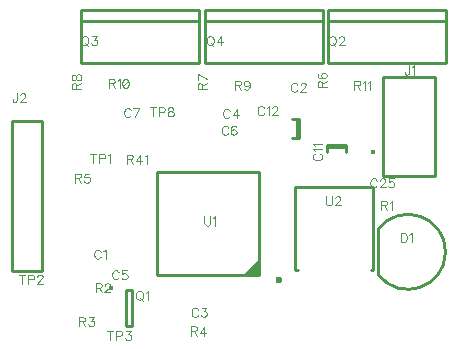
<source format=gbr>
G04 DipTrace 2.4.0.2*
%INTopSilk.gbr*%
%MOIN*%
%ADD10C,0.0098*%
%ADD26C,0.0154*%
%ADD32C,0.0236*%
%ADD73C,0.0046*%
%FSLAX44Y44*%
G04*
G70*
G90*
G75*
G01*
%LNTopSilk*%
%LPD*%
X14563Y10630D2*
D10*
X15192D1*
X14563Y10704D2*
X15192D1*
X14563D2*
Y10469D1*
X15192Y10704D2*
Y10469D1*
X13557Y11577D2*
Y10948D1*
X13632Y11577D2*
Y10948D1*
Y11577D2*
X13396D1*
X13632Y10948D2*
X13396D1*
X16253Y6388D2*
Y7887D1*
X16255Y6385D2*
G03X16255Y7890I998J752D01*
G01*
X16430Y9665D2*
X18162D1*
Y12972D1*
X16430D1*
Y9665D1*
X4065Y6491D2*
X5065D1*
Y11491D1*
X4065D1*
Y6491D1*
D26*
X7355Y5946D3*
X7857Y5854D2*
D10*
Y4673D1*
X8054D1*
Y5854D1*
X7857D1*
X14596Y15201D2*
X18533D1*
Y13429D1*
X14596D1*
Y15201D1*
Y14846D2*
X18533D1*
X6346Y15201D2*
X10283D1*
Y13429D1*
X6346D1*
Y15201D1*
Y14846D2*
X10283D1*
X10471Y15201D2*
X14408D1*
Y13429D1*
X10471D1*
Y15201D1*
Y14846D2*
X14408D1*
X12299Y6379D2*
X8874D1*
Y9804D1*
X12299D1*
Y6379D1*
D32*
X12949Y6201D3*
G36*
X12291Y6394D2*
X11918Y6402D1*
X12291Y6394D1*
G37*
G36*
X12240Y6359D2*
X11768D1*
X12319Y6910D1*
X12240Y6359D1*
G37*
X16092Y9304D2*
D10*
X13493D1*
X16092Y6548D2*
Y9304D1*
Y6548D2*
X16013D1*
X13493D2*
Y9304D1*
Y6548D2*
X13572D1*
D26*
X16082Y10453D3*
X7006Y7140D2*
D73*
X6991Y7168D1*
X6963Y7197D1*
X6934Y7211D1*
X6877D1*
X6848Y7197D1*
X6819Y7168D1*
X6805Y7140D1*
X6790Y7097D1*
Y7025D1*
X6805Y6982D1*
X6819Y6953D1*
X6848Y6924D1*
X6877Y6910D1*
X6934D1*
X6963Y6924D1*
X6991Y6953D1*
X7006Y6982D1*
X7098Y7154D2*
X7127Y7168D1*
X7170Y7211D1*
Y6910D1*
X13566Y12702D2*
X13552Y12731D1*
X13523Y12760D1*
X13495Y12774D1*
X13437D1*
X13408Y12760D1*
X13380Y12731D1*
X13365Y12702D1*
X13351Y12659D1*
Y12587D1*
X13365Y12544D1*
X13380Y12515D1*
X13408Y12487D1*
X13437Y12472D1*
X13495D1*
X13523Y12487D1*
X13552Y12515D1*
X13566Y12544D1*
X13673Y12702D2*
Y12716D1*
X13688Y12745D1*
X13702Y12759D1*
X13731Y12773D1*
X13788D1*
X13817Y12759D1*
X13831Y12745D1*
X13845Y12716D1*
Y12688D1*
X13831Y12659D1*
X13802Y12616D1*
X13659Y12472D1*
X13860D1*
X10254Y5202D2*
X10239Y5231D1*
X10211Y5260D1*
X10182Y5274D1*
X10125D1*
X10096Y5260D1*
X10067Y5231D1*
X10053Y5202D1*
X10038Y5159D1*
Y5087D1*
X10053Y5044D1*
X10067Y5015D1*
X10096Y4987D1*
X10125Y4972D1*
X10182D1*
X10211Y4987D1*
X10239Y5015D1*
X10254Y5044D1*
X10375Y5273D2*
X10533D1*
X10447Y5159D1*
X10490D1*
X10518Y5144D1*
X10533Y5130D1*
X10547Y5087D1*
Y5059D1*
X10533Y5015D1*
X10504Y4987D1*
X10461Y4972D1*
X10418D1*
X10375Y4987D1*
X10361Y5001D1*
X10346Y5030D1*
X11309Y11827D2*
X11295Y11856D1*
X11266Y11885D1*
X11237Y11899D1*
X11180D1*
X11151Y11885D1*
X11123Y11856D1*
X11108Y11827D1*
X11094Y11784D1*
Y11712D1*
X11108Y11669D1*
X11123Y11640D1*
X11151Y11612D1*
X11180Y11597D1*
X11237D1*
X11266Y11612D1*
X11295Y11640D1*
X11309Y11669D1*
X11545Y11597D2*
Y11898D1*
X11402Y11698D1*
X11617D1*
X7610Y6452D2*
X7596Y6481D1*
X7567Y6510D1*
X7539Y6524D1*
X7481D1*
X7453Y6510D1*
X7424Y6481D1*
X7409Y6452D1*
X7395Y6409D1*
Y6337D1*
X7409Y6294D1*
X7424Y6265D1*
X7453Y6237D1*
X7481Y6222D1*
X7539D1*
X7567Y6237D1*
X7596Y6265D1*
X7610Y6294D1*
X7875Y6523D2*
X7732D1*
X7718Y6394D1*
X7732Y6409D1*
X7775Y6423D1*
X7818D1*
X7861Y6409D1*
X7890Y6380D1*
X7904Y6337D1*
Y6309D1*
X7890Y6265D1*
X7861Y6237D1*
X7818Y6222D1*
X7775D1*
X7732Y6237D1*
X7718Y6251D1*
X7703Y6280D1*
X11261Y11265D2*
X11247Y11293D1*
X11218Y11322D1*
X11189Y11336D1*
X11132D1*
X11103Y11322D1*
X11075Y11293D1*
X11060Y11265D1*
X11046Y11222D1*
Y11150D1*
X11060Y11107D1*
X11075Y11078D1*
X11103Y11049D1*
X11132Y11035D1*
X11189D1*
X11218Y11049D1*
X11247Y11078D1*
X11261Y11107D1*
X11526Y11293D2*
X11511Y11322D1*
X11468Y11336D1*
X11440D1*
X11397Y11322D1*
X11368Y11279D1*
X11354Y11207D1*
Y11135D1*
X11368Y11078D1*
X11397Y11049D1*
X11440Y11035D1*
X11454D1*
X11497Y11049D1*
X11526Y11078D1*
X11540Y11121D1*
Y11135D1*
X11526Y11178D1*
X11497Y11207D1*
X11454Y11221D1*
X11440D1*
X11397Y11207D1*
X11368Y11178D1*
X11354Y11135D1*
X8008Y11856D2*
X7994Y11885D1*
X7965Y11914D1*
X7936Y11928D1*
X7879D1*
X7850Y11914D1*
X7821Y11885D1*
X7807Y11856D1*
X7793Y11813D1*
Y11741D1*
X7807Y11699D1*
X7821Y11670D1*
X7850Y11641D1*
X7879Y11627D1*
X7936D1*
X7965Y11641D1*
X7994Y11670D1*
X8008Y11699D1*
X8158Y11627D2*
X8301Y11928D1*
X8100D1*
X14155Y10404D2*
X14127Y10390D1*
X14098Y10361D1*
X14084Y10333D1*
Y10275D1*
X14098Y10247D1*
X14127Y10218D1*
X14155Y10203D1*
X14199Y10189D1*
X14271D1*
X14313Y10203D1*
X14342Y10218D1*
X14371Y10247D1*
X14385Y10275D1*
Y10333D1*
X14371Y10361D1*
X14342Y10390D1*
X14313Y10404D1*
X14142Y10497D2*
X14127Y10526D1*
X14084Y10569D1*
X14385D1*
X14142Y10662D2*
X14127Y10691D1*
X14084Y10734D1*
X14385D1*
X12455Y11922D2*
X12441Y11951D1*
X12412Y11980D1*
X12383Y11994D1*
X12326D1*
X12297Y11980D1*
X12268Y11951D1*
X12254Y11922D1*
X12240Y11879D1*
Y11807D1*
X12254Y11764D1*
X12268Y11735D1*
X12297Y11707D1*
X12326Y11692D1*
X12383D1*
X12412Y11707D1*
X12441Y11735D1*
X12455Y11764D1*
X12547Y11936D2*
X12576Y11951D1*
X12619Y11993D1*
Y11692D1*
X12727Y11922D2*
Y11936D1*
X12741Y11965D1*
X12755Y11979D1*
X12784Y11993D1*
X12841D1*
X12870Y11979D1*
X12884Y11965D1*
X12899Y11936D1*
Y11908D1*
X12884Y11879D1*
X12856Y11836D1*
X12712Y11692D1*
X12913D1*
X16214Y9515D2*
X16199Y9543D1*
X16171Y9572D1*
X16142Y9586D1*
X16085D1*
X16056Y9572D1*
X16027Y9543D1*
X16013Y9515D1*
X15998Y9472D1*
Y9400D1*
X16013Y9357D1*
X16027Y9328D1*
X16056Y9299D1*
X16085Y9285D1*
X16142D1*
X16171Y9299D1*
X16199Y9328D1*
X16214Y9357D1*
X16321Y9514D2*
Y9529D1*
X16335Y9557D1*
X16349Y9572D1*
X16378Y9586D1*
X16436D1*
X16464Y9572D1*
X16478Y9557D1*
X16493Y9529D1*
Y9500D1*
X16478Y9471D1*
X16450Y9428D1*
X16306Y9285D1*
X16507D1*
X16772Y9586D2*
X16629D1*
X16614Y9457D1*
X16629Y9471D1*
X16672Y9486D1*
X16715D1*
X16758Y9471D1*
X16787Y9443D1*
X16801Y9400D1*
Y9371D1*
X16787Y9328D1*
X16758Y9299D1*
X16715Y9285D1*
X16672D1*
X16629Y9299D1*
X16614Y9314D1*
X16600Y9342D1*
X17007Y7764D2*
Y7463D1*
X17108D1*
X17151Y7477D1*
X17180Y7506D1*
X17194Y7535D1*
X17208Y7578D1*
Y7650D1*
X17194Y7693D1*
X17180Y7721D1*
X17151Y7750D1*
X17108Y7764D1*
X17007D1*
X17301Y7707D2*
X17330Y7721D1*
X17373Y7764D1*
Y7463D1*
X17286Y13349D2*
Y13120D1*
X17272Y13076D1*
X17257Y13062D1*
X17228Y13048D1*
X17200D1*
X17171Y13062D1*
X17157Y13076D1*
X17142Y13120D1*
Y13148D1*
X17378Y13291D2*
X17407Y13306D1*
X17450Y13349D1*
Y13048D1*
X4215Y12422D2*
Y12193D1*
X4201Y12150D1*
X4186Y12135D1*
X4158Y12121D1*
X4129D1*
X4101Y12135D1*
X4086Y12150D1*
X4072Y12193D1*
Y12221D1*
X4323Y12350D2*
Y12365D1*
X4337Y12393D1*
X4351Y12408D1*
X4380Y12422D1*
X4437D1*
X4466Y12408D1*
X4480Y12393D1*
X4495Y12365D1*
Y12336D1*
X4480Y12307D1*
X4452Y12264D1*
X4308Y12121D1*
X4509D1*
X8273Y5837D2*
X8244Y5824D1*
X8216Y5795D1*
X8201Y5766D1*
X8187Y5723D1*
Y5651D1*
X8201Y5608D1*
X8216Y5579D1*
X8244Y5551D1*
X8273Y5536D1*
X8330D1*
X8359Y5551D1*
X8388Y5579D1*
X8402Y5608D1*
X8417Y5651D1*
Y5723D1*
X8402Y5766D1*
X8388Y5795D1*
X8359Y5824D1*
X8330Y5837D1*
X8273D1*
X8316Y5594D2*
X8402Y5507D1*
X8509Y5780D2*
X8538Y5794D1*
X8581Y5837D1*
Y5536D1*
X14702Y14327D2*
X14673Y14314D1*
X14645Y14285D1*
X14630Y14256D1*
X14616Y14213D1*
Y14141D1*
X14630Y14098D1*
X14645Y14069D1*
X14673Y14041D1*
X14702Y14026D1*
X14759D1*
X14788Y14041D1*
X14817Y14069D1*
X14831Y14098D1*
X14846Y14141D1*
Y14213D1*
X14831Y14256D1*
X14817Y14285D1*
X14788Y14314D1*
X14759Y14327D1*
X14702D1*
X14745Y14084D2*
X14831Y13997D1*
X14953Y14255D2*
Y14270D1*
X14967Y14299D1*
X14981Y14313D1*
X15010Y14327D1*
X15068D1*
X15096Y14313D1*
X15110Y14299D1*
X15125Y14270D1*
Y14241D1*
X15110Y14212D1*
X15082Y14170D1*
X14938Y14026D1*
X15139D1*
X6452Y14327D2*
X6423Y14314D1*
X6395Y14285D1*
X6380Y14256D1*
X6366Y14213D1*
Y14141D1*
X6380Y14098D1*
X6395Y14069D1*
X6423Y14041D1*
X6452Y14026D1*
X6509D1*
X6538Y14041D1*
X6567Y14069D1*
X6581Y14098D1*
X6596Y14141D1*
Y14213D1*
X6581Y14256D1*
X6567Y14285D1*
X6538Y14314D1*
X6509Y14327D1*
X6452D1*
X6495Y14084D2*
X6581Y13997D1*
X6717Y14327D2*
X6875D1*
X6789Y14212D1*
X6832D1*
X6860Y14198D1*
X6875Y14184D1*
X6889Y14141D1*
Y14112D1*
X6875Y14069D1*
X6846Y14040D1*
X6803Y14026D1*
X6760D1*
X6717Y14040D1*
X6703Y14055D1*
X6688Y14083D1*
X10632Y14327D2*
X10604Y14314D1*
X10575Y14285D1*
X10561Y14256D1*
X10546Y14213D1*
Y14141D1*
X10561Y14098D1*
X10575Y14069D1*
X10604Y14041D1*
X10632Y14026D1*
X10690D1*
X10719Y14041D1*
X10747Y14069D1*
X10761Y14098D1*
X10776Y14141D1*
Y14213D1*
X10761Y14256D1*
X10747Y14285D1*
X10719Y14314D1*
X10690Y14327D1*
X10632D1*
X10675Y14084D2*
X10761Y13997D1*
X11012Y14026D2*
Y14327D1*
X10869Y14126D1*
X11084D1*
X16360Y8693D2*
X16489D1*
X16532Y8707D1*
X16547Y8722D1*
X16561Y8750D1*
Y8779D1*
X16547Y8807D1*
X16532Y8822D1*
X16489Y8836D1*
X16360D1*
Y8535D1*
X16461Y8693D2*
X16561Y8535D1*
X16654Y8779D2*
X16683Y8793D1*
X16726Y8836D1*
Y8535D1*
X6840Y5943D2*
X6969D1*
X7012Y5957D1*
X7027Y5972D1*
X7041Y6000D1*
Y6029D1*
X7027Y6057D1*
X7012Y6072D1*
X6969Y6086D1*
X6840D1*
Y5785D1*
X6940Y5943D2*
X7041Y5785D1*
X7148Y6014D2*
Y6029D1*
X7162Y6057D1*
X7177Y6072D1*
X7205Y6086D1*
X7263D1*
X7291Y6072D1*
X7306Y6057D1*
X7320Y6029D1*
Y6000D1*
X7306Y5971D1*
X7277Y5928D1*
X7133Y5785D1*
X7334D1*
X6296Y4818D2*
X6425D1*
X6468Y4832D1*
X6482Y4847D1*
X6497Y4875D1*
Y4904D1*
X6482Y4932D1*
X6468Y4947D1*
X6425Y4961D1*
X6296D1*
Y4660D1*
X6396Y4818D2*
X6497Y4660D1*
X6618Y4961D2*
X6776D1*
X6690Y4846D1*
X6733D1*
X6761Y4832D1*
X6776Y4818D1*
X6790Y4775D1*
Y4746D1*
X6776Y4703D1*
X6747Y4674D1*
X6704Y4660D1*
X6661D1*
X6618Y4674D1*
X6604Y4689D1*
X6589Y4717D1*
X10020Y4505D2*
X10149D1*
X10192Y4520D1*
X10207Y4534D1*
X10221Y4563D1*
Y4591D1*
X10207Y4620D1*
X10192Y4635D1*
X10149Y4649D1*
X10020D1*
Y4347D1*
X10121Y4505D2*
X10221Y4347D1*
X10457D2*
Y4648D1*
X10314Y4448D1*
X10529D1*
X6157Y9603D2*
X6286D1*
X6329Y9618D1*
X6344Y9632D1*
X6358Y9660D1*
Y9689D1*
X6344Y9718D1*
X6329Y9732D1*
X6286Y9747D1*
X6157D1*
Y9445D1*
X6257Y9603D2*
X6358Y9445D1*
X6623Y9746D2*
X6479D1*
X6465Y9617D1*
X6479Y9632D1*
X6523Y9646D1*
X6565D1*
X6608Y9632D1*
X6637Y9603D1*
X6652Y9560D1*
Y9531D1*
X6637Y9488D1*
X6608Y9459D1*
X6565Y9445D1*
X6523D1*
X6479Y9459D1*
X6465Y9474D1*
X6451Y9503D1*
X14385Y12625D2*
Y12754D1*
X14370Y12798D1*
X14356Y12812D1*
X14328Y12826D1*
X14299D1*
X14270Y12812D1*
X14256Y12798D1*
X14241Y12754D1*
Y12625D1*
X14543D1*
X14385Y12726D2*
X14543Y12826D1*
X14284Y13091D2*
X14256Y13077D1*
X14242Y13034D1*
Y13005D1*
X14256Y12962D1*
X14299Y12933D1*
X14371Y12919D1*
X14442D1*
X14500Y12933D1*
X14528Y12962D1*
X14543Y13005D1*
Y13020D1*
X14528Y13062D1*
X14500Y13091D1*
X14457Y13105D1*
X14442D1*
X14399Y13091D1*
X14371Y13062D1*
X14356Y13020D1*
Y13005D1*
X14371Y12962D1*
X14399Y12933D1*
X14442Y12919D1*
X10385Y12556D2*
Y12685D1*
X10370Y12728D1*
X10356Y12742D1*
X10328Y12757D1*
X10299D1*
X10270Y12742D1*
X10256Y12728D1*
X10241Y12685D1*
Y12556D1*
X10543D1*
X10385Y12656D2*
X10543Y12757D1*
Y12907D2*
X10242Y13050D1*
Y12849D1*
X6197Y12556D2*
Y12685D1*
X6183Y12728D1*
X6169Y12743D1*
X6140Y12757D1*
X6111D1*
X6083Y12743D1*
X6068Y12728D1*
X6054Y12685D1*
Y12556D1*
X6355D1*
X6197Y12656D2*
X6355Y12757D1*
X6054Y12921D2*
X6068Y12878D1*
X6097Y12864D1*
X6126D1*
X6154Y12878D1*
X6169Y12907D1*
X6183Y12964D1*
X6197Y13007D1*
X6226Y13036D1*
X6255Y13050D1*
X6298D1*
X6326Y13036D1*
X6341Y13022D1*
X6355Y12978D1*
Y12921D1*
X6341Y12878D1*
X6326Y12864D1*
X6298Y12849D1*
X6255D1*
X6226Y12864D1*
X6197Y12893D1*
X6183Y12935D1*
X6169Y12993D1*
X6154Y13022D1*
X6126Y13036D1*
X6097D1*
X6068Y13022D1*
X6054Y12978D1*
Y12921D1*
X11490Y12693D2*
X11619D1*
X11662Y12707D1*
X11677Y12722D1*
X11691Y12750D1*
Y12779D1*
X11677Y12807D1*
X11662Y12822D1*
X11619Y12836D1*
X11490D1*
Y12535D1*
X11591Y12693D2*
X11691Y12535D1*
X11970Y12736D2*
X11956Y12693D1*
X11927Y12664D1*
X11884Y12650D1*
X11870D1*
X11827Y12664D1*
X11798Y12693D1*
X11784Y12736D1*
Y12750D1*
X11798Y12793D1*
X11827Y12822D1*
X11870Y12836D1*
X11884D1*
X11927Y12822D1*
X11956Y12793D1*
X11970Y12736D1*
Y12664D1*
X11956Y12592D1*
X11927Y12549D1*
X11884Y12535D1*
X11856D1*
X11813Y12549D1*
X11798Y12578D1*
X7276Y12755D2*
X7405D1*
X7448Y12770D1*
X7462Y12784D1*
X7477Y12813D1*
Y12841D1*
X7462Y12870D1*
X7448Y12885D1*
X7405Y12899D1*
X7276D1*
Y12597D1*
X7376Y12755D2*
X7477Y12597D1*
X7569Y12841D2*
X7598Y12856D1*
X7641Y12898D1*
Y12597D1*
X7820Y12898D2*
X7777Y12884D1*
X7748Y12841D1*
X7734Y12769D1*
Y12726D1*
X7748Y12655D1*
X7777Y12612D1*
X7820Y12597D1*
X7849D1*
X7892Y12612D1*
X7920Y12655D1*
X7935Y12726D1*
Y12769D1*
X7920Y12841D1*
X7892Y12884D1*
X7849Y12898D1*
X7820D1*
X7920Y12841D2*
X7748Y12655D1*
X15465Y12693D2*
X15594D1*
X15637Y12707D1*
X15652Y12722D1*
X15666Y12750D1*
Y12779D1*
X15652Y12807D1*
X15637Y12822D1*
X15594Y12836D1*
X15465D1*
Y12535D1*
X15566Y12693D2*
X15666Y12535D1*
X15759Y12779D2*
X15788Y12793D1*
X15831Y12836D1*
Y12535D1*
X15923Y12779D2*
X15952Y12793D1*
X15995Y12836D1*
Y12535D1*
X7880Y10233D2*
X8009D1*
X8052Y10247D1*
X8067Y10262D1*
X8081Y10290D1*
Y10319D1*
X8067Y10347D1*
X8052Y10362D1*
X8009Y10376D1*
X7880D1*
Y10075D1*
X7981Y10233D2*
X8081Y10075D1*
X8317D2*
Y10376D1*
X8174Y10175D1*
X8389D1*
X8482Y10319D2*
X8510Y10333D1*
X8554Y10376D1*
Y10075D1*
X6763Y10411D2*
Y10109D1*
X6663Y10411D2*
X6864D1*
X6956Y10253D2*
X7086D1*
X7128Y10267D1*
X7143Y10282D1*
X7157Y10310D1*
Y10353D1*
X7143Y10382D1*
X7128Y10397D1*
X7086Y10411D1*
X6956D1*
Y10109D1*
X7250Y10353D2*
X7279Y10368D1*
X7322Y10411D1*
Y10109D1*
X4396Y6376D2*
Y6074D1*
X4296Y6376D2*
X4497D1*
X4590Y6218D2*
X4719D1*
X4762Y6232D1*
X4776Y6247D1*
X4790Y6275D1*
Y6318D1*
X4776Y6347D1*
X4762Y6361D1*
X4719Y6376D1*
X4590D1*
Y6074D1*
X4898Y6304D2*
Y6318D1*
X4912Y6347D1*
X4926Y6361D1*
X4955Y6375D1*
X5012D1*
X5041Y6361D1*
X5055Y6347D1*
X5070Y6318D1*
Y6289D1*
X5055Y6261D1*
X5027Y6218D1*
X4883Y6074D1*
X5084D1*
X7334Y4501D2*
Y4199D1*
X7233Y4501D2*
X7434D1*
X7527Y4343D2*
X7656D1*
X7699Y4357D1*
X7714Y4372D1*
X7728Y4400D1*
Y4443D1*
X7714Y4472D1*
X7699Y4486D1*
X7656Y4501D1*
X7527D1*
Y4199D1*
X7849Y4500D2*
X8007D1*
X7921Y4386D1*
X7964D1*
X7993Y4371D1*
X8007Y4357D1*
X8022Y4314D1*
Y4285D1*
X8007Y4242D1*
X7978Y4213D1*
X7935Y4199D1*
X7892D1*
X7849Y4213D1*
X7835Y4228D1*
X7821Y4257D1*
X8750Y11959D2*
Y11657D1*
X8650Y11959D2*
X8851D1*
X8943Y11801D2*
X9073D1*
X9115Y11815D1*
X9130Y11830D1*
X9144Y11858D1*
Y11902D1*
X9130Y11930D1*
X9115Y11945D1*
X9073Y11959D1*
X8943D1*
Y11657D1*
X9309Y11959D2*
X9266Y11944D1*
X9251Y11916D1*
Y11887D1*
X9266Y11858D1*
X9294Y11844D1*
X9352Y11830D1*
X9395Y11815D1*
X9423Y11786D1*
X9438Y11758D1*
Y11715D1*
X9423Y11686D1*
X9409Y11672D1*
X9366Y11657D1*
X9309D1*
X9266Y11672D1*
X9251Y11686D1*
X9237Y11715D1*
Y11758D1*
X9251Y11786D1*
X9280Y11815D1*
X9323Y11830D1*
X9380Y11844D1*
X9409Y11858D1*
X9423Y11887D1*
Y11916D1*
X9409Y11944D1*
X9366Y11959D1*
X9309D1*
X10466Y8316D2*
Y8101D1*
X10481Y8058D1*
X10509Y8030D1*
X10553Y8015D1*
X10581D1*
X10624Y8030D1*
X10653Y8058D1*
X10667Y8101D1*
Y8316D1*
X10760Y8259D2*
X10789Y8273D1*
X10832Y8316D1*
Y8015D1*
X14516Y8993D2*
Y8778D1*
X14531Y8735D1*
X14560Y8706D1*
X14603Y8692D1*
X14631D1*
X14674Y8706D1*
X14703Y8735D1*
X14717Y8778D1*
Y8993D1*
X14825Y8921D2*
Y8936D1*
X14839Y8964D1*
X14853Y8979D1*
X14882Y8993D1*
X14939D1*
X14968Y8979D1*
X14982Y8964D1*
X14997Y8936D1*
Y8907D1*
X14982Y8878D1*
X14954Y8835D1*
X14810Y8692D1*
X15011D1*
M02*

</source>
